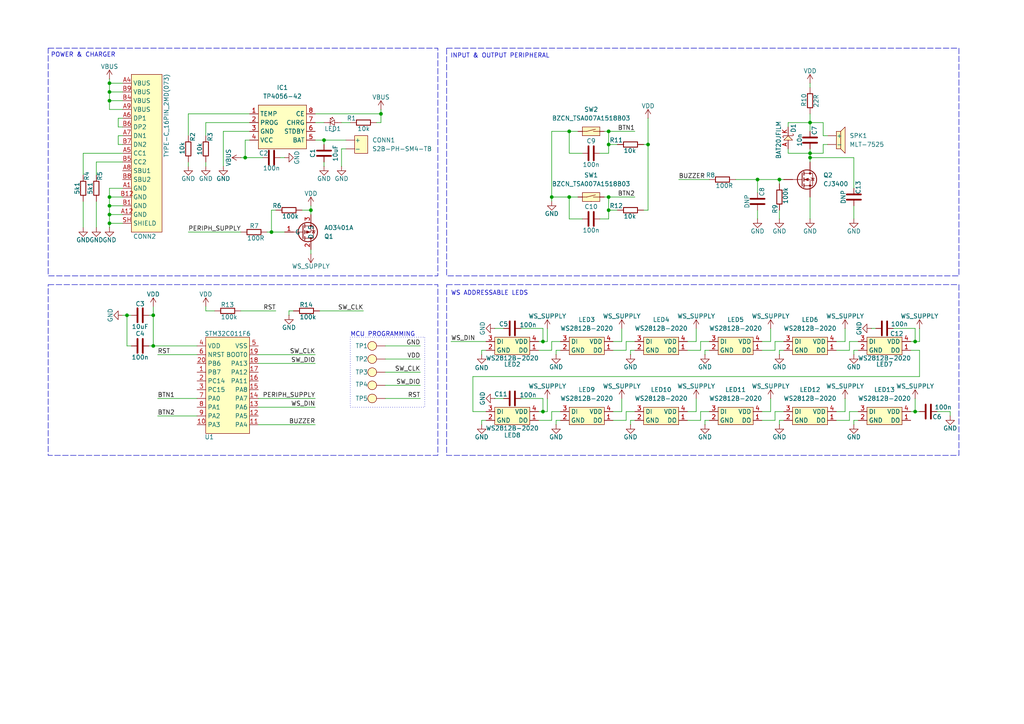
<source format=kicad_sch>
(kicad_sch (version 20231120) (generator "eeschema") (generator_version "8.0")
  (paper "A4")
  (lib_symbols
    (symbol "Borna KiCAD Libary:AO3401A"
      (property "Reference" "Q" (at 1.524 -3.556 0))
      (property "Value" "AO3401A" (at 3.556 0 90))
      (symbol "AO3401A_1_1"
        (pin input line (at -7.62 0 0) (length 2.54) (name "G") (number "1"))
        (pin passive line (at 0 5.08 270) (length 2.54) (name "D") (number "2"))
        (pin passive line (at 0 -5.08 90) (length 2.54) (name "S") (number "3"))
      )
    )
    (symbol "Borna KiCAD Libary:BAT20JFILM" (pin_names hide)
      (property "Reference" "D" (at 0.762 -2.286 0))
      (property "Value" "BAT20JFILM" (at 0.762 2.54 0))
      (symbol "BAT20JFILM_1_1"
        (pin passive line (at -2.54 0 0) (length 2.54) (name "A") (number "A"))
        (pin passive line (at 3.81 0 180) (length 2.54) (name "K") (number "K"))
      )
    )
    (symbol "Borna KiCAD Libary:BZCN_TSA007A1518B03" (pin_numbers hide) (pin_names hide)
      (property "Reference" "SW" (at 0 4.064 0))
      (property "Value" "BZCN_TSA007A1518B03" (at 0 2.286 0))
      (symbol "BZCN_TSA007A1518B03_1_1"
        (pin passive line (at -3.81 0 0) (length 1.27) (name "SW1") (number "1"))
        (pin passive line (at 3.81 0 180) (length 1.27) (name "SW2") (number "2"))
        (pin passive line (at 0 -1.27 0) (length 0) (name "PAD") (number "PAD"))
      )
    )
    (symbol "Borna KiCAD Libary:C0603" (pin_numbers hide) (pin_names hide)
      (property "Reference" "C?" (at 0 3.81 0))
      (property "Value" "VALUE" (at 0 -3.81 0))
      (symbol "C0603_1_1"
        (pin passive line (at -2.54 0 0) (length 1.8) (name "~") (number "1"))
        (pin passive line (at 2.54 0 180) (length 1.8) (name "~") (number "2"))
      )
    )
    (symbol "Borna KiCAD Libary:C1206" (pin_numbers hide) (pin_names hide)
      (property "Reference" "C?" (at 0 3.81 0))
      (property "Value" "VALUE" (at 0 -3.81 0))
      (symbol "C1206_1_1"
        (pin passive line (at -2.54 0 0) (length 1.8) (name "~") (number "1"))
        (pin passive line (at 2.54 0 180) (length 1.8) (name "~") (number "2"))
      )
    )
    (symbol "Borna KiCAD Libary:CJ3400" (pin_numbers hide) (pin_names hide)
      (property "Reference" "Q" (at 1.524 -4.572 0))
      (property "Value" "CJ3400" (at 3.302 0 90))
      (symbol "CJ3400_1_1"
        (pin input line (at -7.62 0 0) (length 2.54) (name "G") (number "1"))
        (pin passive line (at 0 5.08 270) (length 2.54) (name "D") (number "2"))
        (pin passive line (at 0 -5.08 90) (length 2.54) (name "S") (number "3"))
      )
    )
    (symbol "Borna KiCAD Libary:LED_0603" (pin_numbers hide) (pin_names hide)
      (property "Reference" "LED" (at 0 -1.778 0))
      (symbol "LED_0603_1_1"
        (pin passive line (at -2.54 0 0) (length 1.27) (name "A") (number "1"))
        (pin passive line (at 2.54 0 180) (length 1.27) (name "K") (number "2"))
      )
    )
    (symbol "Borna KiCAD Libary:MLT-7525" (pin_numbers hide) (pin_names (offset 0.002))
      (property "Reference" "SPK" (at 0 -4.572 0))
      (property "Value" "MLT-7525" (at 3.81 0 90))
      (symbol "MLT-7525_1_1"
        (pin passive line (at -2.54 1.27 0) (length 2.54) (name "+") (number "+"))
        (pin passive line (at -2.54 -1.27 0) (length 2.54) (name "-") (number "-"))
      )
    )
    (symbol "Borna KiCAD Libary:R0603" (pin_numbers hide) (pin_names hide)
      (property "Reference" "R?" (at 0 2.54 0))
      (property "Value" "VALUE" (at 0 -2.54 0))
      (symbol "R0603_1_1"
        (pin passive line (at -3.81 0 0) (length 1.7) (name "~") (number "1"))
        (pin passive line (at 3.81 0 180) (length 1.7) (name "~") (number "2"))
      )
    )
    (symbol "Borna KiCAD Libary:S2B-PH-SM4-TB" (pin_numbers hide) (pin_names (offset 0.002))
      (property "Reference" "CONN" (at 1.778 -3.81 0))
      (property "Value" "S2B-PH-SM4-TB" (at 0.254 3.556 0))
      (symbol "S2B-PH-SM4-TB_1_1"
        (pin input line (at -2.54 1.27 0) (length 2.54) (name "+") (number "+"))
        (pin input line (at -2.54 -1.27 0) (length 2.54) (name "-") (number "-"))
      )
    )
    (symbol "Borna KiCAD Libary:STM32C011F6"
      (property "Reference" "IC" (at -5.588 -15.24 0))
      (property "Value" "STM32C011F6" (at 0 14.986 0))
      (symbol "STM32C011F6_1_1"
        (pin passive line (at -8.89 3.81 0) (length 2.54) (name "PB7") (number "1"))
        (pin passive line (at -8.89 -11.43 0) (length 2.54) (name "PA3") (number "10"))
        (pin passive line (at 8.89 -11.43 180) (length 2.54) (name "PA4") (number "11"))
        (pin passive line (at 8.89 -8.89 180) (length 2.54) (name "PA5") (number "12"))
        (pin passive line (at 8.89 -6.35 180) (length 2.54) (name "PA6") (number "13"))
        (pin passive line (at 8.89 -3.81 180) (length 2.54) (name "PA7") (number "14"))
        (pin passive line (at 8.89 -1.27 180) (length 2.54) (name "PA8") (number "15"))
        (pin passive line (at 8.89 1.27 180) (length 2.54) (name "PA11") (number "16"))
        (pin passive line (at 8.89 3.81 180) (length 2.54) (name "PA12") (number "17"))
        (pin passive line (at 8.89 6.35 180) (length 2.54) (name "PA13") (number "18"))
        (pin passive line (at 8.89 8.89 180) (length 2.54) (name "BOOT0") (number "19"))
        (pin passive line (at -8.89 1.27 0) (length 2.54) (name "PC14") (number "2"))
        (pin passive line (at -8.89 6.35 0) (length 2.54) (name "PB6") (number "20"))
        (pin passive line (at -8.89 -1.27 0) (length 2.54) (name "PC15") (number "3"))
        (pin passive line (at -8.89 11.43 0) (length 2.54) (name "VDD") (number "4"))
        (pin passive line (at 8.89 11.43 180) (length 2.54) (name "VSS") (number "5"))
        (pin passive line (at -8.89 8.89 0) (length 2.54) (name "NRST") (number "6"))
        (pin passive line (at -8.89 -3.81 0) (length 2.54) (name "PA0") (number "7"))
        (pin passive line (at -8.89 -6.35 0) (length 2.54) (name "PA1") (number "8"))
        (pin passive line (at -8.89 -8.89 0) (length 2.54) (name "PA2") (number "9"))
      )
    )
    (symbol "Borna KiCAD Libary:TP-1_5mm" (pin_numbers hide) (pin_names hide)
      (property "Reference" "TP" (at 0 -1.778 0))
      (symbol "TP-1_5mm_1_1"
        (pin input line (at 1.27 0 180) (length 2.54) (name "TP") (number "1"))
      )
    )
    (symbol "Borna KiCAD Libary:TP4056-42"
      (property "Reference" "IC" (at -0.254 7.366 0))
      (property "Value" "TP4056-42" (at -0.254 -7.62 0))
      (symbol "TP4056-42_1_1"
        (pin passive line (at -10.16 3.81 0) (length 2.54) (name "TEMP") (number "1"))
        (pin passive line (at -10.16 1.27 0) (length 2.54) (name "PROG") (number "2"))
        (pin passive line (at -10.16 -1.27 0) (length 2.54) (name "GND") (number "3"))
        (pin passive line (at -10.16 -3.81 0) (length 2.54) (name "VCC") (number "4"))
        (pin passive line (at 8.89 -3.81 180) (length 2.54) (name "BAT") (number "5"))
        (pin passive line (at 8.89 -1.27 180) (length 2.54) (name "STDBY") (number "6"))
        (pin passive line (at 8.89 1.27 180) (length 2.54) (name "CHRG") (number "7"))
        (pin passive line (at 8.89 3.81 180) (length 2.54) (name "CE") (number "8"))
      )
    )
    (symbol "Borna KiCAD Libary:TYPE-C_16PIN_2MD(073)"
      (property "Reference" "CONN" (at -0.254 -25.908 0))
      (property "Value" "TYPE-C_16PIN_2MD(073)" (at -0.254 -24.13 0))
      (symbol "TYPE-C_16PIN_2MD(073)_1_1"
        (pin passive line (at -6.35 -10.16 0) (length 2.54) (name "GND") (number "A1"))
        (pin passive line (at -6.35 -17.78 0) (length 2.54) (name "GND") (number "A12"))
        (pin passive line (at -6.35 20.32 0) (length 2.54) (name "VBUS") (number "A4"))
        (pin passive line (at -6.35 0 0) (length 2.54) (name "CC1") (number "A5"))
        (pin passive line (at -6.35 10.16 0) (length 2.54) (name "DP1") (number "A6"))
        (pin passive line (at -6.35 5.08 0) (length 2.54) (name "DN1") (number "A7"))
        (pin passive line (at -6.35 -5.08 0) (length 2.54) (name "SBU1") (number "A8"))
        (pin passive line (at -6.35 12.7 0) (length 2.54) (name "VBUS") (number "A9"))
        (pin passive line (at -6.35 -15.24 0) (length 2.54) (name "GND") (number "B1"))
        (pin passive line (at -6.35 -12.7 0) (length 2.54) (name "GND") (number "B12"))
        (pin passive line (at -6.35 15.24 0) (length 2.54) (name "VBUS") (number "B4"))
        (pin passive line (at -6.35 -2.54 0) (length 2.54) (name "CC2") (number "B5"))
        (pin passive line (at -6.35 7.62 0) (length 2.54) (name "DP2") (number "B6"))
        (pin passive line (at -6.35 2.54 0) (length 2.54) (name "DN2") (number "B7"))
        (pin passive line (at -6.35 -7.62 0) (length 2.54) (name "SBU2") (number "B8"))
        (pin passive line (at -6.35 17.78 0) (length 2.54) (name "VBUS") (number "B9"))
        (pin passive line (at -6.35 -20.32 0) (length 2.54) (name "SHIELD") (number "SH"))
      )
    )
    (symbol "Borna KiCAD Libary:WS2812B-2020"
      (property "Reference" "LED" (at 0 3.81 0))
      (property "Value" "WS2812B-2020" (at 0.254 -3.81 0))
      (symbol "WS2812B-2020_1_1"
        (pin passive line (at 7.62 -1.27 180) (length 2.54) (name "DO") (number "1"))
        (pin passive line (at -7.62 -1.27 0) (length 2.54) (name "GND") (number "2"))
        (pin passive line (at -7.62 1.27 0) (length 2.54) (name "DI") (number "3"))
        (pin passive line (at 7.62 1.27 180) (length 2.54) (name "VDD") (number "4"))
      )
    )
    (symbol "power:GND" (power) (pin_numbers hide) (pin_names (offset 0) hide)
      (property "Value" "GND" (at 0 -3.81 0))
      (symbol "GND_1_1"
        (pin power_in line (at 0 0 270) (length 0) (name "~") (number "1"))
      )
    )
    (symbol "power:VDD" (power) (pin_numbers hide) (pin_names (offset 0) hide)
      (property "Value" "VDD" (at 0 3.556 0))
      (symbol "VDD_1_1"
        (pin power_in line (at 0 0 90) (length 0) (name "~") (number "1"))
      )
    )
  )
  (junction (at 31.75 57.15))
  (junction (at 265.43 119.38))
  (junction (at 165.1 57.15))
  (junction (at 176.53 38.1))
  (junction (at 226.06 52.07))
  (junction (at 187.96 41.91))
  (junction (at 176.53 41.91))
  (junction (at 165.1 38.1))
  (junction (at 234.95 45.72))
  (junction (at 93.98 40.64))
  (junction (at 31.75 59.69))
  (junction (at 176.53 60.96))
  (junction (at 157.48 119.38))
  (junction (at 31.75 62.23))
  (junction (at 31.75 24.13))
  (junction (at 31.75 29.21))
  (junction (at 78.74 67.31))
  (junction (at 265.43 99.06))
  (junction (at 44.45 91.44))
  (junction (at 44.45 100.33))
  (junction (at 160.02 57.15))
  (junction (at 157.48 99.06))
  (junction (at 110.49 33.02))
  (junction (at 176.53 57.15))
  (junction (at 71.12 45.72))
  (junction (at 36.83 91.44))
  (junction (at 31.75 26.67))
  (junction (at 234.95 35.56))
  (junction (at 234.95 44.45))
  (junction (at 31.75 64.77))
  (junction (at 90.17 60.96))
  (junction (at 219.71 52.07))
  (wire (pts (xy 176.53 44.45) (xy 176.53 41.91)))
  (wire (pts (xy 137.16 119.38) (xy 137.16 109.22)))
  (wire (pts (xy 78.74 60.96) (xy 80.01 60.96)))
  (wire (pts (xy 36.83 91.44) (xy 38.1 91.44)))
  (wire (pts (xy 203.2 119.38) (xy 205.74 119.38)))
  (wire (pts (xy 59.69 90.17) (xy 62.23 90.17)))
  (wire (pts (xy 187.96 34.29) (xy 187.96 41.91)))
  (wire (pts (xy 143.51 115.57) (xy 146.05 115.57)))
  (wire (pts (xy 31.75 62.23) (xy 35.56 62.23)))
  (wire (pts (xy 77.47 67.31) (xy 78.74 67.31)))
  (wire (pts (xy 165.1 44.45) (xy 165.1 38.1)))
  (wire (pts (xy 247.65 54.61) (xy 247.65 45.72)))
  (wire (pts (xy 176.53 63.5) (xy 176.53 60.96)))
  (wire (pts (xy 160.02 101.6) (xy 160.02 99.06)))
  (wire (pts (xy 165.1 63.5) (xy 168.91 63.5)))
  (wire (pts (xy 74.93 105.41) (xy 91.44 105.41)))
  (wire (pts (xy 54.61 33.02) (xy 54.61 39.37)))
  (wire (pts (xy 226.06 101.6) (xy 226.06 102.87)))
  (wire (pts (xy 83.82 90.17) (xy 83.82 91.44)))
  (wire (pts (xy 59.69 88.9) (xy 59.69 90.17)))
  (wire (pts (xy 234.95 44.45) (xy 238.76 44.45)))
  (wire (pts (xy 91.44 40.64) (xy 93.98 40.64)))
  (wire (pts (xy 72.39 33.02) (xy 54.61 33.02)))
  (wire (pts (xy 177.8 119.38) (xy 180.34 119.38)))
  (wire (pts (xy 160.02 119.38) (xy 162.56 119.38)))
  (wire (pts (xy 140.97 119.38) (xy 137.16 119.38)))
  (wire (pts (xy 156.21 99.06) (xy 157.48 99.06)))
  (wire (pts (xy 156.21 101.6) (xy 160.02 101.6)))
  (wire (pts (xy 242.57 99.06) (xy 245.11 99.06)))
  (wire (pts (xy 31.75 62.23) (xy 31.75 64.77)))
  (wire (pts (xy 234.95 33.02) (xy 234.95 35.56)))
  (wire (pts (xy 35.56 34.29) (xy 34.29 34.29)))
  (wire (pts (xy 140.97 121.92) (xy 139.7 121.92)))
  (wire (pts (xy 176.53 60.96) (xy 176.53 57.15)))
  (wire (pts (xy 165.1 57.15) (xy 160.02 57.15)))
  (wire (pts (xy 247.65 121.92) (xy 247.65 123.19)))
  (wire (pts (xy 81.28 45.72) (xy 82.55 45.72)))
  (wire (pts (xy 184.15 121.92) (xy 182.88 121.92)))
  (wire (pts (xy 224.79 99.06) (xy 227.33 99.06)))
  (wire (pts (xy 227.33 101.6) (xy 226.06 101.6)))
  (wire (pts (xy 167.64 57.15) (xy 165.1 57.15)))
  (wire (pts (xy 54.61 46.99) (xy 54.61 48.26)))
  (wire (pts (xy 177.8 99.06) (xy 180.34 99.06)))
  (wire (pts (xy 35.56 46.99) (xy 27.94 46.99)))
  (wire (pts (xy 246.38 99.06) (xy 248.92 99.06)))
  (wire (pts (xy 219.71 60.96) (xy 219.71 63.5)))
  (wire (pts (xy 160.02 57.15) (xy 160.02 58.42)))
  (wire (pts (xy 266.7 109.22) (xy 266.7 101.6)))
  (wire (pts (xy 219.71 52.07) (xy 219.71 55.88)))
  (wire (pts (xy 266.7 95.25) (xy 266.7 99.06)))
  (wire (pts (xy 143.51 95.25) (xy 146.05 95.25)))
  (wire (pts (xy 31.75 31.75) (xy 31.75 29.21)))
  (wire (pts (xy 34.29 36.83) (xy 35.56 36.83)))
  (wire (pts (xy 186.69 41.91) (xy 187.96 41.91)))
  (wire (pts (xy 31.75 57.15) (xy 31.75 59.69)))
  (wire (pts (xy 111.76 115.57) (xy 121.92 115.57)))
  (wire (pts (xy 90.17 60.96) (xy 90.17 62.23)))
  (wire (pts (xy 220.98 99.06) (xy 223.52 99.06)))
  (wire (pts (xy 271.78 119.38) (xy 275.59 119.38)))
  (wire (pts (xy 140.97 101.6) (xy 139.7 101.6)))
  (wire (pts (xy 238.76 41.91) (xy 238.76 44.45)))
  (wire (pts (xy 35.56 26.67) (xy 31.75 26.67)))
  (wire (pts (xy 175.26 57.15) (xy 176.53 57.15)))
  (wire (pts (xy 162.56 101.6) (xy 161.29 101.6)))
  (wire (pts (xy 85.09 90.17) (xy 83.82 90.17)))
  (wire (pts (xy 266.7 101.6) (xy 264.16 101.6)))
  (wire (pts (xy 93.98 40.64) (xy 93.98 41.91)))
  (wire (pts (xy 160.02 38.1) (xy 165.1 38.1)))
  (wire (pts (xy 93.98 46.99) (xy 93.98 48.26)))
  (wire (pts (xy 275.59 119.38) (xy 275.59 120.65)))
  (wire (pts (xy 224.79 119.38) (xy 227.33 119.38)))
  (wire (pts (xy 59.69 46.99) (xy 59.69 48.26)))
  (wire (pts (xy 31.75 54.61) (xy 31.75 57.15)))
  (wire (pts (xy 227.33 121.92) (xy 226.06 121.92)))
  (wire (pts (xy 45.72 120.65) (xy 57.15 120.65)))
  (wire (pts (xy 92.71 90.17) (xy 105.41 90.17)))
  (wire (pts (xy 72.39 38.1) (xy 64.77 38.1)))
  (wire (pts (xy 31.75 59.69) (xy 31.75 62.23)))
  (wire (pts (xy 139.7 121.92) (xy 139.7 123.19)))
  (wire (pts (xy 137.16 109.22) (xy 266.7 109.22)))
  (wire (pts (xy 220.98 121.92) (xy 224.79 121.92)))
  (wire (pts (xy 157.48 119.38) (xy 158.75 119.38)))
  (wire (pts (xy 245.11 95.25) (xy 245.11 99.06)))
  (wire (pts (xy 219.71 52.07) (xy 226.06 52.07)))
  (wire (pts (xy 203.2 101.6) (xy 203.2 99.06)))
  (wire (pts (xy 43.18 91.44) (xy 44.45 91.44)))
  (wire (pts (xy 111.76 111.76) (xy 121.92 111.76)))
  (wire (pts (xy 43.18 100.33) (xy 44.45 100.33)))
  (wire (pts (xy 246.38 119.38) (xy 248.92 119.38)))
  (wire (pts (xy 247.65 45.72) (xy 234.95 45.72)))
  (wire (pts (xy 220.98 119.38) (xy 223.52 119.38)))
  (wire (pts (xy 205.74 101.6) (xy 204.47 101.6)))
  (wire (pts (xy 71.12 45.72) (xy 76.2 45.72)))
  (wire (pts (xy 111.76 100.33) (xy 121.92 100.33)))
  (wire (pts (xy 157.48 99.06) (xy 158.75 99.06)))
  (wire (pts (xy 157.48 95.25) (xy 157.48 99.06)))
  (wire (pts (xy 181.61 99.06) (xy 184.15 99.06)))
  (wire (pts (xy 69.85 90.17) (xy 80.01 90.17)))
  (wire (pts (xy 240.03 41.91) (xy 238.76 41.91)))
  (wire (pts (xy 109.22 35.56) (xy 110.49 35.56)))
  (wire (pts (xy 157.48 115.57) (xy 157.48 119.38)))
  (wire (pts (xy 234.95 43.18) (xy 234.95 44.45)))
  (wire (pts (xy 99.06 48.26) (xy 99.06 43.18)))
  (wire (pts (xy 247.65 101.6) (xy 247.65 102.87)))
  (wire (pts (xy 203.2 121.92) (xy 203.2 119.38)))
  (wire (pts (xy 173.99 44.45) (xy 176.53 44.45)))
  (wire (pts (xy 224.79 119.38) (xy 224.79 121.92)))
  (wire (pts (xy 110.49 31.75) (xy 110.49 33.02)))
  (wire (pts (xy 31.75 64.77) (xy 35.56 64.77)))
  (wire (pts (xy 74.93 102.87) (xy 91.44 102.87)))
  (wire (pts (xy 31.75 57.15) (xy 35.56 57.15)))
  (wire (pts (xy 44.45 100.33) (xy 57.15 100.33)))
  (wire (pts (xy 151.13 95.25) (xy 157.48 95.25)))
  (wire (pts (xy 31.75 64.77) (xy 31.75 66.04)))
  (wire (pts (xy 201.93 95.25) (xy 201.93 99.06)))
  (wire (pts (xy 110.49 33.02) (xy 110.49 35.56)))
  (wire (pts (xy 72.39 40.64) (xy 71.12 40.64)))
  (wire (pts (xy 182.88 101.6) (xy 182.88 102.87)))
  (wire (pts (xy 31.75 22.86) (xy 31.75 24.13)))
  (wire (pts (xy 59.69 35.56) (xy 59.69 39.37)))
  (wire (pts (xy 64.77 38.1) (xy 64.77 48.26)))
  (wire (pts (xy 111.76 107.95) (xy 121.92 107.95)))
  (wire (pts (xy 220.98 101.6) (xy 224.79 101.6)))
  (wire (pts (xy 35.56 24.13) (xy 31.75 24.13)))
  (wire (pts (xy 175.26 38.1) (xy 176.53 38.1)))
  (wire (pts (xy 180.34 115.57) (xy 180.34 119.38)))
  (wire (pts (xy 181.61 119.38) (xy 181.61 121.92)))
  (wire (pts (xy 24.13 58.42) (xy 24.13 66.04)))
  (wire (pts (xy 74.93 115.57) (xy 91.44 115.57)))
  (wire (pts (xy 156.21 121.92) (xy 160.02 121.92)))
  (wire (pts (xy 91.44 35.56) (xy 93.98 35.56)))
  (wire (pts (xy 226.06 60.96) (xy 226.06 63.5)))
  (wire (pts (xy 245.11 115.57) (xy 245.11 119.38)))
  (wire (pts (xy 203.2 99.06) (xy 205.74 99.06)))
  (wire (pts (xy 246.38 101.6) (xy 246.38 99.06)))
  (wire (pts (xy 224.79 101.6) (xy 224.79 99.06)))
  (wire (pts (xy 36.83 91.44) (xy 36.83 100.33)))
  (wire (pts (xy 45.72 115.57) (xy 57.15 115.57)))
  (wire (pts (xy 35.56 31.75) (xy 31.75 31.75)))
  (wire (pts (xy 234.95 35.56) (xy 228.6 35.56)))
  (wire (pts (xy 31.75 29.21) (xy 35.56 29.21)))
  (wire (pts (xy 234.95 45.72) (xy 234.95 46.99)))
  (wire (pts (xy 226.06 52.07) (xy 226.06 53.34)))
  (wire (pts (xy 90.17 59.69) (xy 90.17 60.96)))
  (wire (pts (xy 168.91 44.45) (xy 165.1 44.45)))
  (wire (pts (xy 158.75 115.57) (xy 158.75 119.38)))
  (wire (pts (xy 34.29 34.29) (xy 34.29 36.83)))
  (wire (pts (xy 91.44 33.02) (xy 110.49 33.02)))
  (wire (pts (xy 234.95 24.13) (xy 234.95 25.4)))
  (wire (pts (xy 265.43 119.38) (xy 266.7 119.38)))
  (wire (pts (xy 179.07 41.91) (xy 176.53 41.91)))
  (wire (pts (xy 161.29 101.6) (xy 161.29 102.87)))
  (wire (pts (xy 162.56 121.92) (xy 161.29 121.92)))
  (wire (pts (xy 247.65 59.69) (xy 247.65 63.5)))
  (wire (pts (xy 173.99 63.5) (xy 176.53 63.5)))
  (wire (pts (xy 54.61 67.31) (xy 69.85 67.31)))
  (wire (pts (xy 90.17 72.39) (xy 90.17 73.66)))
  (wire (pts (xy 165.1 38.1) (xy 167.64 38.1)))
  (wire (pts (xy 161.29 121.92) (xy 161.29 123.19)))
  (wire (pts (xy 204.47 121.92) (xy 204.47 123.19)))
  (wire (pts (xy 139.7 101.6) (xy 139.7 102.87)))
  (wire (pts (xy 228.6 43.18) (xy 228.6 44.45)))
  (wire (pts (xy 223.52 95.25) (xy 223.52 99.06)))
  (wire (pts (xy 31.75 59.69) (xy 35.56 59.69)))
  (wire (pts (xy 242.57 101.6) (xy 246.38 101.6)))
  (wire (pts (xy 252.73 95.25) (xy 254 95.25)))
  (wire (pts (xy 199.39 101.6) (xy 203.2 101.6)))
  (wire (pts (xy 78.74 67.31) (xy 78.74 60.96)))
  (wire (pts (xy 201.93 115.57) (xy 201.93 119.38)))
  (wire (pts (xy 228.6 35.56) (xy 228.6 36.83)))
  (wire (pts (xy 158.75 99.06) (xy 158.75 95.25)))
  (wire (pts (xy 179.07 60.96) (xy 176.53 60.96)))
  (wire (pts (xy 264.16 99.06) (xy 265.43 99.06)))
  (wire (pts (xy 242.57 121.92) (xy 246.38 121.92)))
  (wire (pts (xy 45.72 102.87) (xy 57.15 102.87)))
  (wire (pts (xy 238.76 35.56) (xy 234.95 35.56)))
  (wire (pts (xy 238.76 39.37) (xy 240.03 39.37)))
  (wire (pts (xy 160.02 57.15) (xy 160.02 38.1)))
  (wire (pts (xy 234.95 57.15) (xy 234.95 63.5)))
  (wire (pts (xy 99.06 35.56) (xy 101.6 35.56)))
  (wire (pts (xy 87.63 60.96) (xy 90.17 60.96)))
  (wire (pts (xy 44.45 88.9) (xy 44.45 91.44)))
  (wire (pts (xy 71.12 40.64) (xy 71.12 45.72)))
  (wire (pts (xy 35.56 44.45) (xy 24.13 44.45)))
  (wire (pts (xy 111.76 104.14) (xy 121.92 104.14)))
  (wire (pts (xy 130.81 99.06) (xy 140.97 99.06)))
  (wire (pts (xy 31.75 26.67) (xy 31.75 29.21)))
  (wire (pts (xy 248.92 121.92) (xy 247.65 121.92)))
  (wire (pts (xy 265.43 115.57) (xy 265.43 119.38)))
  (wire (pts (xy 181.61 101.6) (xy 181.61 99.06)))
  (wire (pts (xy 180.34 95.25) (xy 180.34 99.06)))
  (wire (pts (xy 38.1 100.33) (xy 36.83 100.33)))
  (wire (pts (xy 35.56 39.37) (xy 34.29 39.37)))
  (wire (pts (xy 234.95 44.45) (xy 234.95 45.72)))
  (wire (pts (xy 213.36 52.07) (xy 219.71 52.07)))
  (wire (pts (xy 156.21 119.38) (xy 157.48 119.38)))
  (wire (pts (xy 223.52 115.57) (xy 223.52 119.38)))
  (wire (pts (xy 160.02 121.92) (xy 160.02 119.38)))
  (wire (pts (xy 265.43 95.25) (xy 265.43 99.06)))
  (wire (pts (xy 69.85 45.72) (xy 71.12 45.72)))
  (wire (pts (xy 265.43 99.06) (xy 266.7 99.06)))
  (wire (pts (xy 176.53 41.91) (xy 176.53 38.1)))
  (wire (pts (xy 199.39 119.38) (xy 201.93 119.38)))
  (wire (pts (xy 238.76 39.37) (xy 238.76 35.56)))
  (wire (pts (xy 228.6 44.45) (xy 234.95 44.45)))
  (wire (pts (xy 259.08 95.25) (xy 265.43 95.25)))
  (wire (pts (xy 160.02 99.06) (xy 162.56 99.06)))
  (wire (pts (xy 177.8 121.92) (xy 181.61 121.92)))
  (wire (pts (xy 204.47 101.6) (xy 204.47 102.87)))
  (wire (pts (xy 181.61 119.38) (xy 184.15 119.38)))
  (wire (pts (xy 165.1 57.15) (xy 165.1 63.5)))
  (wire (pts (xy 196.85 52.07) (xy 205.74 52.07)))
  (wire (pts (xy 242.57 119.38) (xy 245.11 119.38)))
  (wire (pts (xy 35.56 54.61) (xy 31.75 54.61)))
  (wire (pts (xy 82.55 67.31) (xy 78.74 67.31)))
  (wire (pts (xy 246.38 119.38) (xy 246.38 121.92)))
  (wire (pts (xy 205.74 121.92) (xy 204.47 121.92)))
  (wire (pts (xy 176.53 38.1) (xy 184.15 38.1)))
  (wire (pts (xy 187.96 41.91) (xy 187.96 60.96)))
  (wire (pts (xy 264.16 119.38) (xy 265.43 119.38)))
  (wire (pts (xy 34.29 41.91) (xy 35.56 41.91)))
  (wire (pts (xy 182.88 121.92) (xy 182.88 123.19)))
  (wire (pts (xy 27.94 46.99) (xy 27.94 50.8)))
  (wire (pts (xy 74.93 123.19) (xy 91.44 123.19)))
  (wire (pts (xy 199.39 121.92) (xy 203.2 121.92)))
  (wire (pts (xy 93.98 40.64) (xy 100.33 40.64)))
  (wire (pts (xy 99.06 43.18) (xy 100.33 43.18)))
  (wire (pts (xy 44.45 91.44) (xy 44.45 100.33)))
  (wire (pts (xy 226.06 121.92) (xy 226.06 123.19)))
  (wire (pts (xy 31.75 24.13) (xy 31.75 26.67)))
  (wire (pts (xy 234.95 35.56) (xy 234.95 38.1)))
  (wire (pts (xy 74.93 118.11) (xy 91.44 118.11)))
  (wire (pts (xy 187.96 60.96) (xy 186.69 60.96)))
  (wire (pts (xy 248.92 101.6) (xy 247.65 101.6)))
  (wire (pts (xy 151.13 115.57) (xy 157.48 115.57)))
  (wire (pts (xy 72.39 35.56) (xy 59.69 35.56)))
  (wire (pts (xy 176.53 57.15) (xy 184.15 57.15)))
  (wire (pts (xy 34.29 39.37) (xy 34.29 41.91)))
  (wire (pts (xy 226.06 52.07) (xy 227.33 52.07)))
  (wire (pts (xy 184.15 101.6) (xy 182.88 101.6)))
  (wire (pts (xy 177.8 101.6) (xy 181.61 101.6)))
  (wire (pts (xy 27.94 58.42) (xy 27.94 66.04)))
  (wire (pts (xy 35.56 91.44) (xy 36.83 91.44)))
  (wire (pts (xy 24.13 44.45) (xy 24.13 50.8)))
  (wire (pts (xy 199.39 99.06) (xy 201.93 99.06)))
  (rectangle (start 101.6 97.79) (end 123.19 118.11) (stroke (width 0) (type dot)))
  (rectangle (start 129.54 82.55) (end 278.13 132.08) (stroke (width 0) (type dash)))
  (rectangle (start 13.97 82.55) (end 127 132.08) (stroke (width 0) (type dash)))
  (rectangle (start 13.97 13.97) (end 127 80.01) (stroke (width 0) (type dash)))
  (rectangle (start 129.54 13.97) (end 278.13 80.01) (stroke (width 0) (type dash)))
  (text "INPUT & OUTPUT PERIPHERAL" (at 145.034 16.256 0) (effects (font (size 1.27 1.27))))
  (text "POWER & CHARGER" (at 24.13 16.002 0) (effects (font (size 1.27 1.27))))
  (text "WS ADDRESSABLE LEDS" (at 141.986 85.09 0) (effects (font (size 1.27 1.27))))
  (text "MCU PROGRAMMING" (at 101.6 97.79 0) (effects (font (size 1.27 1.27)) (justify left bottom)))
  (label "BTN1" (at 184.15 38.1 180))
  (label "BUZZER" (at 91.44 123.19 180))
  (label "RST" (at 121.92 115.57 180))
  (label "RST" (at 45.72 102.87 0))
  (label "SW_CLK" (at 105.41 90.17 180))
  (label "GND" (at 121.92 100.33 180))
  (label "RST" (at 80.01 90.17 180))
  (label "BTN1" (at 45.72 115.57 0))
  (label "PERIPH_SUPPLY" (at 91.44 115.57 180))
  (label "BTN2" (at 45.72 120.65 0))
  (label "SW_CLK" (at 121.92 107.95 180))
  (label "BTN2" (at 184.15 57.15 180))
  (label "PERIPH_SUPPLY" (at 54.61 67.31 0))
  (label "SW_CLK" (at 91.44 102.87 180))
  (label "VDD" (at 121.92 104.14 180))
  (label "WS_DIN" (at 91.44 118.11 180))
  (label "WS_DIN" (at 130.81 99.06 0))
  (label "SW_DIO" (at 91.44 105.41 180))
  (label "SW_DIO" (at 121.92 111.76 180))
  (label "BUZZER" (at 196.85 52.07 0))
  (symbol (lib_id "Borna KiCAD Libary:BZCN_TSA007A1518B03") (at 171.45 57.15 0) (unit 1)
    (property "Reference" "SW1" (at 171.45 50.8 0))
    (property "Value" "BZCN_TSA007A1518B03" (at 171.45 53.34 0))
    (property "Footprint" "Borna KiCAD Library:TSA007A1518B03" (effects (hide yes)))
    (property "Description" "C2888419" (effects (hide yes)))
  )
  (symbol (lib_id "power:GND") (at 161.29 123.19 0) (unit 1)
    (property "Reference" "#PWR036" (effects (hide yes)))
    (property "Value" "GND" (at 161.29 126.746 0))
    (property "Description" "Power symbol creates a global label with name \"GND\" , ground" (effects (hide yes)))
  )
  (symbol (lib_id "power:GND") (at 247.65 123.19 0) (unit 1)
    (property "Reference" "#PWR040" (effects (hide yes)))
    (property "Value" "GND" (at 247.65 126.746 0))
    (property "Description" "Power symbol creates a global label with name \"GND\" , ground" (effects (hide yes)))
  )
  (symbol (lib_id "Borna KiCAD Libary:WS2812B-2020") (at 234.95 100.33 0) (unit 1)
    (property "Reference" "LED6" (at 234.95 92.71 0))
    (property "Value" "WS2812B-2020" (at 234.95 95.25 0))
    (property "Footprint" "Borna KiCAD Library:WS2812B-2020" (effects (hide yes)))
  )
  (symbol (lib_id "power:GND") (at 182.88 102.87 0) (unit 1)
    (property "Reference" "#PWR024" (effects (hide yes)))
    (property "Value" "GND" (at 182.88 106.426 0))
    (property "Description" "Power symbol creates a global label with name \"GND\" , ground" (effects (hide yes)))
  )
  (symbol (lib_id "Borna KiCAD Libary:WS2812B-2020") (at 170.18 120.65 0) (unit 1)
    (property "Reference" "LED9" (at 170.18 113.03 0))
    (property "Value" "WS2812B-2020" (at 170.18 115.57 0))
    (property "Footprint" "Borna KiCAD Library:WS2812B-2020" (effects (hide yes)))
  )
  (symbol (lib_id "Borna KiCAD Libary:WS2812B-2020") (at 148.59 120.65 0) (unit 1)
    (property "Reference" "LED8" (at 148.59 126.238 0))
    (property "Value" "WS2812B-2020" (at 148.59 124.206 0))
    (property "Footprint" "Borna KiCAD Library:WS2812B-2020" (effects (hide yes)))
  )
  (symbol (lib_id "power:VDD") (at 265.43 115.57 0) (unit 1)
    (property "Reference" "#PWR033" (effects (hide yes)))
    (property "Value" "WS_SUPPLY" (at 265.43 112.014 0))
    (property "Description" "Power symbol creates a global label with name \"VDD\"" (effects (hide yes)))
  )
  (symbol (lib_id "power:VDD") (at 223.52 115.57 0) (unit 1)
    (property "Reference" "#PWR031" (effects (hide yes)))
    (property "Value" "WS_SUPPLY" (at 223.52 112.014 0))
    (property "Description" "Power symbol creates a global label with name \"VDD\"" (effects (hide yes)))
  )
  (symbol (lib_id "power:VDD") (at 31.75 22.86 0) (unit 1)
    (property "Reference" "#PWR01" (effects (hide yes)))
    (property "Value" "VBUS" (at 31.75 19.304 0))
    (property "Description" "Power symbol creates a global label with name \"VDD\"" (effects (hide yes)))
  )
  (symbol (lib_id "power:VDD") (at 245.11 95.25 0) (unit 1)
    (property "Reference" "#PWR020" (effects (hide yes)))
    (property "Value" "WS_SUPPLY" (at 245.11 91.694 0))
    (property "Description" "Power symbol creates a global label with name \"VDD\"" (effects (hide yes)))
  )
  (symbol (lib_id "Borna KiCAD Libary:MLT-7525") (at 242.57 40.64 0) (unit 1)
    (property "Reference" "SPK1" (at 246.38 39.3699 0) (effects (justify left)))
    (property "Value" "MLT-7525" (at 246.38 41.9099 0) (effects (justify left)))
    (property "Footprint" "Borna KiCAD Library:MTL-7525" (effects (hide yes)))
  )
  (symbol (lib_id "Borna KiCAD Libary:R0603") (at 209.55 52.07 180) (unit 1)
    (property "Reference" "R8" (at 204.724 50.8 0) (effects (justify right)))
    (property "Value" "100R" (at 207.518 53.848 0) (effects (justify right)))
    (property "Footprint" "Borna KiCAD Library:R0603" (effects (hide yes)))
  )
  (symbol (lib_id "power:GND") (at 64.77 48.26 0) (unit 1)
    (property "Reference" "#PWR07" (effects (hide yes)))
    (property "Value" "GND" (at 64.77 51.816 0))
    (property "Description" "Power symbol creates a global label with name \"GND\" , ground" (effects (hide yes)))
  )
  (symbol (lib_id "power:VDD") (at 90.17 73.66 180) (unit 1)
    (property "Reference" "#PWR041" (effects (hide yes)))
    (property "Value" "WS_SUPPLY" (at 90.17 77.216 0))
    (property "Description" "Power symbol creates a global label with name \"VDD\"" (effects (hide yes)))
  )
  (symbol (lib_id "Borna KiCAD Libary:WS2812B-2020") (at 213.36 100.33 0) (unit 1)
    (property "Reference" "LED5" (at 213.36 92.71 0))
    (property "Value" "WS2812B-2020" (at 213.36 95.25 0))
    (property "Footprint" "Borna KiCAD Library:WS2812B-2020" (effects (hide yes)))
  )
  (symbol (lib_id "power:GND") (at 27.94 66.04 0) (unit 1)
    (property "Reference" "#PWR011" (effects (hide yes)))
    (property "Value" "GND" (at 27.94 69.596 0))
    (property "Description" "Power symbol creates a global label with name \"GND\" , ground" (effects (hide yes)))
  )
  (symbol (lib_id "Borna KiCAD Libary:C0603") (at 256.54 95.25 0) (unit 1)
    (property "Reference" "C12" (at 260.096 96.774 0))
    (property "Value" "100n" (at 260.858 93.98 0))
    (property "Footprint" "Borna KiCAD Library:C0603" (effects (hide yes)))
  )
  (symbol (lib_id "Borna KiCAD Libary:R0603") (at 226.06 57.15 270) (unit 1)
    (property "Reference" "R9" (at 224.79 61.976 0) (effects (justify right)))
    (property "Value" "100k" (at 227.838 59.182 0) (effects (justify right)))
    (property "Footprint" "Borna KiCAD Library:R0603" (effects (hide yes)))
  )
  (symbol (lib_id "Borna KiCAD Libary:TP4056-42") (at 82.55 36.83 0) (unit 1)
    (property "Reference" "IC1" (at 81.915 25.4 0))
    (property "Value" "TP4056-42" (at 81.915 27.94 0))
    (property "Footprint" "Borna KiCAD Library:EMSOP" (effects (hide yes)))
  )
  (symbol (lib_id "power:GND") (at 139.7 123.19 0) (unit 1)
    (property "Reference" "#PWR035" (effects (hide yes)))
    (property "Value" "GND" (at 139.7 126.746 0))
    (property "Description" "Power symbol creates a global label with name \"GND\" , ground" (effects (hide yes)))
  )
  (symbol (lib_id "power:GND") (at 143.51 95.25 270) (unit 1)
    (property "Reference" "#PWR015" (effects (hide yes)))
    (property "Value" "GND" (at 139.954 95.25 0))
    (property "Description" "Power symbol creates a global label with name \"GND\" , ground" (effects (hide yes)))
  )
  (symbol (lib_id "power:VDD") (at 201.93 115.57 0) (unit 1)
    (property "Reference" "#PWR030" (effects (hide yes)))
    (property "Value" "WS_SUPPLY" (at 201.93 112.014 0))
    (property "Description" "Power symbol creates a global label with name \"VDD\"" (effects (hide yes)))
  )
  (symbol (lib_id "Borna KiCAD Libary:R0603") (at 88.9 90.17 180) (unit 1)
    (property "Reference" "R14" (at 86.868 88.392 0) (effects (justify right)))
    (property "Value" "100k" (at 86.868 91.948 0) (effects (justify right)))
    (property "Footprint" "Borna KiCAD Library:R0603" (effects (hide yes)))
  )
  (symbol (lib_id "Borna KiCAD Libary:WS2812B-2020") (at 148.59 100.33 0) (unit 1)
    (property "Reference" "LED2" (at 148.59 105.664 0))
    (property "Value" "WS2812B-2020" (at 148.59 103.886 0))
    (property "Footprint" "Borna KiCAD Library:WS2812B-2020" (effects (hide yes)))
  )
  (symbol (lib_id "power:VDD") (at 110.49 31.75 0) (unit 1)
    (property "Reference" "#PWR02" (effects (hide yes)))
    (property "Value" "VBUS" (at 110.49 28.194 0))
    (property "Description" "Power symbol creates a global label with name \"VDD\"" (effects (hide yes)))
  )
  (symbol (lib_id "Borna KiCAD Libary:S2B-PH-SM4-TB") (at 102.87 41.91 0) (unit 1)
    (property "Reference" "CONN1" (at 107.95 40.6399 0) (effects (justify left)))
    (property "Value" "S2B-PH-SM4-TB" (at 107.95 43.1799 0) (effects (justify left)))
    (property "Footprint" "Borna KiCAD Library:JST_S2B-PH-SM4-TB" (effects (hide yes)))
  )
  (symbol (lib_id "power:GND") (at 182.88 123.19 0) (unit 1)
    (property "Reference" "#PWR037" (effects (hide yes)))
    (property "Value" "GND" (at 182.88 126.746 0))
    (property "Description" "Power symbol creates a global label with name \"GND\" , ground" (effects (hide yes)))
  )
  (symbol (lib_id "power:VDD") (at 69.85 45.72 90) (unit 1)
    (property "Reference" "#PWR03" (effects (hide yes)))
    (property "Value" "VBUS" (at 66.294 45.72 0))
    (property "Description" "Power symbol creates a global label with name \"VDD\"" (effects (hide yes)))
  )
  (symbol (lib_id "power:GND") (at 204.47 102.87 0) (unit 1)
    (property "Reference" "#PWR025" (effects (hide yes)))
    (property "Value" "GND" (at 204.47 106.426 0))
    (property "Description" "Power symbol creates a global label with name \"GND\" , ground" (effects (hide yes)))
  )
  (symbol (lib_id "Borna KiCAD Libary:WS2812B-2020") (at 234.95 120.65 0) (unit 1)
    (property "Reference" "LED12" (at 234.95 113.03 0))
    (property "Value" "WS2812B-2020" (at 234.95 115.57 0))
    (property "Footprint" "Borna KiCAD Library:WS2812B-2020" (effects (hide yes)))
  )
  (symbol (lib_id "power:GND") (at 24.13 66.04 0) (unit 1)
    (property "Reference" "#PWR010" (effects (hide yes)))
    (property "Value" "GND" (at 24.13 69.596 0))
    (property "Description" "Power symbol creates a global label with name \"GND\" , ground" (effects (hide yes)))
  )
  (symbol (lib_id "power:VDD") (at 180.34 115.57 0) (unit 1)
    (property "Reference" "#PWR029" (effects (hide yes)))
    (property "Value" "WS_SUPPLY" (at 180.34 112.014 0))
    (property "Description" "Power symbol creates a global label with name \"VDD\"" (effects (hide yes)))
  )
  (symbol (lib_id "Borna KiCAD Libary:WS2812B-2020") (at 170.18 100.33 0) (unit 1)
    (property "Reference" "LED3" (at 170.18 92.71 0))
    (property "Value" "WS2812B-2020" (at 170.18 95.25 0))
    (property "Footprint" "Borna KiCAD Library:WS2812B-2020" (effects (hide yes)))
  )
  (symbol (lib_id "power:GND") (at 82.55 45.72 90) (unit 1)
    (property "Reference" "#PWR04" (effects (hide yes)))
    (property "Value" "GND" (at 86.106 45.72 0))
    (property "Description" "Power symbol creates a global label with name \"GND\" , ground" (effects (hide yes)))
  )
  (symbol (lib_id "Borna KiCAD Libary:BZCN_TSA007A1518B03") (at 171.45 38.1 0) (unit 1)
    (property "Reference" "SW2" (at 171.45 31.75 0))
    (property "Value" "BZCN_TSA007A1518B03" (at 171.45 34.29 0))
    (property "Footprint" "Borna KiCAD Library:TSA007A1518B03" (effects (hide yes)))
    (property "Description" "C2888419" (effects (hide yes)))
  )
  (symbol (lib_id "Borna KiCAD Libary:TP-1_5mm") (at 110.49 100.33 0) (unit 1)
    (property "Reference" "TP1" (at 104.902 100.33 0))
    (property "Footprint" "Borna KiCAD Library:TP-1_5mm" (effects (hide yes)))
  )
  (symbol (lib_id "power:GND") (at 219.71 63.5 0) (unit 1)
    (property "Reference" "#PWR046" (effects (hide yes)))
    (property "Value" "GND" (at 219.71 67.056 0))
    (property "Description" "Power symbol creates a global label with name \"GND\" , ground" (effects (hide yes)))
  )
  (symbol (lib_id "Borna KiCAD Libary:TP-1_5mm") (at 110.49 104.14 0) (unit 1)
    (property "Reference" "TP2" (at 104.902 104.14 0))
    (property "Footprint" "Borna KiCAD Library:TP-1_5mm" (effects (hide yes)))
  )
  (symbol (lib_id "Borna KiCAD Libary:C1206") (at 93.98 44.45 90) (unit 1)
    (property "Reference" "C1" (at 90.678 44.45 0))
    (property "Value" "10uF" (at 97.282 44.45 0))
    (property "Footprint" "Borna KiCAD Library:C1206" (effects (hide yes)))
  )
  (symbol (lib_id "Borna KiCAD Libary:R0603") (at 27.94 54.61 90) (unit 1)
    (property "Reference" "R5" (at 28.956 51.054 0))
    (property "Value" "5k1" (at 26.162 54.61 0))
    (property "Footprint" "Borna KiCAD Library:R0603" (effects (hide yes)))
  )
  (symbol (lib_id "power:VDD") (at 44.45 88.9 0) (unit 1)
    (property "Reference" "#PWR013" (effects (hide yes)))
    (property "Value" "VDD" (at 44.45 85.344 0))
    (property "Description" "Power symbol creates a global label with name \"VDD\"" (effects (hide yes)))
  )
  (symbol (lib_id "power:VDD") (at 245.11 115.57 0) (unit 1)
    (property "Reference" "#PWR032" (effects (hide yes)))
    (property "Value" "WS_SUPPLY" (at 245.11 112.014 0))
    (property "Description" "Power symbol creates a global label with name \"VDD\"" (effects (hide yes)))
  )
  (symbol (lib_id "power:GND") (at 59.69 48.26 0) (unit 1)
    (property "Reference" "#PWR06" (effects (hide yes)))
    (property "Value" "GND" (at 59.69 51.816 0))
    (property "Description" "Power symbol creates a global label with name \"GND\" , ground" (effects (hide yes)))
  )
  (symbol (lib_id "Borna KiCAD Libary:C0603") (at 171.45 44.45 0) (unit 1)
    (property "Reference" "C9" (at 171.45 40.894 0))
    (property "Value" "100n" (at 171.45 47.752 0))
    (property "Footprint" "Borna KiCAD Library:C0603" (effects (hide yes)))
  )
  (symbol (lib_id "Borna KiCAD Libary:STM32C011F6") (at 66.04 111.76 0) (unit 1)
    (property "Reference" "U1" (at 60.706 126.746 0))
    (property "Value" "STM32C011F6" (at 66.04 96.774 0))
    (property "Footprint" "Borna KiCAD Library:TSSOP20" (effects (hide yes)))
  )
  (symbol (lib_id "power:GND") (at 247.65 63.5 0) (unit 1)
    (property "Reference" "#PWR052" (effects (hide yes)))
    (property "Value" "GND" (at 247.65 67.056 0))
    (property "Description" "Power symbol creates a global label with name \"GND\" , ground" (effects (hide yes)))
  )
  (symbol (lib_id "Borna KiCAD Libary:WS2812B-2020") (at 191.77 100.33 0) (unit 1)
    (property "Reference" "LED4" (at 191.77 92.71 0))
    (property "Value" "WS2812B-2020" (at 191.77 95.25 0))
    (property "Footprint" "Borna KiCAD Library:WS2812B-2020" (effects (hide yes)))
  )
  (symbol (lib_id "Borna KiCAD Libary:R0603") (at 83.82 60.96 180) (unit 1)
    (property "Reference" "R6" (at 78.994 59.69 0) (effects (justify right)))
    (property "Value" "100k" (at 81.788 62.738 0) (effects (justify right)))
    (property "Footprint" "Borna KiCAD Library:R0603" (effects (hide yes)))
  )
  (symbol (lib_id "Borna KiCAD Libary:C0603") (at 171.45 63.5 0) (unit 1)
    (property "Reference" "C10" (at 171.45 59.944 0))
    (property "Value" "100n" (at 171.45 66.802 0))
    (property "Footprint" "Borna KiCAD Library:C0603" (effects (hide yes)))
  )
  (symbol (lib_id "power:VDD") (at 223.52 95.25 0) (unit 1)
    (property "Reference" "#PWR019" (effects (hide yes)))
    (property "Value" "WS_SUPPLY" (at 223.52 91.694 0))
    (property "Description" "Power symbol creates a global label with name \"VDD\"" (effects (hide yes)))
  )
  (symbol (lib_id "Borna KiCAD Libary:WS2812B-2020") (at 256.54 120.65 0) (unit 1)
    (property "Reference" "LED13" (at 256.54 113.03 0))
    (property "Value" "WS2812B-2020" (at 256.54 115.57 0))
    (property "Footprint" "Borna KiCAD Library:WS2812B-2020" (effects (hide yes)))
  )
  (symbol (lib_id "Borna KiCAD Libary:R0603") (at 182.88 60.96 180) (unit 1)
    (property "Reference" "R12" (at 176.784 59.69 0) (effects (justify right)))
    (property "Value" "10k" (at 180.848 62.738 0) (effects (justify right)))
    (property "Footprint" "Borna KiCAD Library:R0603" (effects (hide yes)))
  )
  (symbol (lib_id "Borna KiCAD Libary:TP-1_5mm") (at 110.49 115.57 0) (unit 1)
    (property "Reference" "TP5" (at 104.902 115.57 0))
    (property "Footprint" "Borna KiCAD Library:TP-1_5mm" (effects (hide yes)))
  )
  (symbol (lib_id "power:VDD") (at 266.7 95.25 0) (unit 1)
    (property "Reference" "#PWR021" (effects (hide yes)))
    (property "Value" "WS_SUPPLY" (at 266.7 91.694 0))
    (property "Description" "Power symbol creates a global label with name \"VDD\"" (effects (hide yes)))
  )
  (symbol (lib_id "Borna KiCAD Libary:AO3401A") (at 90.17 67.31 0) (mirror x) (unit 1)
    (property "Reference" "Q1" (at 93.98 68.5801 0) (effects (justify left)))
    (property "Value" "AO3401A" (at 93.98 66.0401 0) (effects (justify left)))
    (property "Footprint" "Borna KiCAD Library:SOT-23-3L" (effects (hide yes)))
    (property "Description" "C5224202" (effects (hide yes)))
  )
  (symbol (lib_id "Borna KiCAD Libary:CJ3400") (at 234.95 52.07 0) (unit 1)
    (property "Reference" "Q2" (at 238.76 50.7999 0) (effects (justify left)))
    (property "Value" "CJ3400" (at 238.76 53.3399 0) (effects (justify left)))
    (property "Footprint" "Borna KiCAD Library:SOT-23-3L" (effects (hide yes)))
    (property "Description" "C19019" (effects (hide yes)))
  )
  (symbol (lib_id "power:GND") (at 252.73 95.25 270) (unit 1)
    (property "Reference" "#PWR050" (effects (hide yes)))
    (property "Value" "GND" (at 249.174 95.25 0))
    (property "Description" "Power symbol creates a global label with name \"GND\" , ground" (effects (hide yes)))
  )
  (symbol (lib_id "Borna KiCAD Libary:R0603") (at 73.66 67.31 180) (unit 1)
    (property "Reference" "R7" (at 72.39 65.532 0) (effects (justify right)))
    (property "Value" "100R" (at 71.628 69.088 0) (effects (justify right)))
    (property "Footprint" "Borna KiCAD Library:R0603" (effects (hide yes)))
  )
  (symbol (lib_id "power:GND") (at 226.06 102.87 0) (unit 1)
    (property "Reference" "#PWR026" (effects (hide yes)))
    (property "Value" "GND" (at 226.06 106.426 0))
    (property "Description" "Power symbol creates a global label with name \"GND\" , ground" (effects (hide yes)))
  )
  (symbol (lib_id "Borna KiCAD Libary:R0603") (at 234.95 29.21 270) (unit 1)
    (property "Reference" "R10" (at 233.172 30.988 0) (effects (justify right)))
    (property "Value" "22R" (at 236.728 31.242 0) (effects (justify right)))
    (property "Footprint" "Borna KiCAD Library:R0603" (effects (hide yes)))
  )
  (symbol (lib_id "Borna KiCAD Libary:R0603") (at 66.04 90.17 180) (unit 1)
    (property "Reference" "R13" (at 64.008 88.392 0) (effects (justify right)))
    (property "Value" "100k" (at 64.008 91.948 0) (effects (justify right)))
    (property "Footprint" "Borna KiCAD Library:R0603" (effects (hide yes)))
  )
  (symbol (lib_id "Borna KiCAD Libary:C1206") (at 40.64 91.44 0) (unit 1)
    (property "Reference" "C3" (at 40.64 88.138 0))
    (property "Value" "10uF" (at 40.64 94.742 0))
    (property "Footprint" "Borna KiCAD Library:C1206" (effects (hide yes)))
  )
  (symbol (lib_id "power:GND") (at 139.7 102.87 0) (unit 1)
    (property "Reference" "#PWR022" (effects (hide yes)))
    (property "Value" "GND" (at 139.7 106.68 0))
    (property "Description" "Power symbol creates a global label with name \"GND\" , ground" (effects (hide yes)))
  )
  (symbol (lib_id "Borna KiCAD Libary:R0603") (at 24.13 54.61 90) (unit 1)
    (property "Reference" "R4" (at 25.146 51.054 0))
    (property "Value" "5k1" (at 22.352 54.61 0))
    (property "Footprint" "Borna KiCAD Library:R0603" (effects (hide yes)))
  )
  (symbol (lib_id "Borna KiCAD Libary:R0603") (at 59.69 43.18 90) (unit 1)
    (property "Reference" "R3" (at 60.96 38.354 0) (effects (justify right)))
    (property "Value" "10k" (at 57.912 41.402 0) (effects (justify right)))
    (property "Footprint" "Borna KiCAD Library:R0603" (effects (hide yes)))
  )
  (symbol (lib_id "power:VDD") (at 187.96 34.29 0) (unit 1)
    (property "Reference" "#PWR048" (effects (hide yes)))
    (property "Value" "VDD" (at 187.96 30.734 0))
    (property "Description" "Power symbol creates a global label with name \"VDD\"" (effects (hide yes)))
  )
  (symbol (lib_id "power:VDD") (at 158.75 115.57 0) (unit 1)
    (property "Reference" "#PWR028" (effects (hide yes)))
    (property "Value" "WS_SUPPLY" (at 158.75 112.014 0))
    (property "Description" "Power symbol creates a global label with name \"VDD\"" (effects (hide yes)))
  )
  (symbol (lib_id "power:GND") (at 35.56 91.44 270) (unit 1)
    (property "Reference" "#PWR014" (effects (hide yes)))
    (property "Value" "GND" (at 32.004 91.44 0))
    (property "Description" "Power symbol creates a global label with name \"GND\" , ground" (effects (hide yes)))
  )
  (symbol (lib_id "Borna KiCAD Libary:R0603") (at 105.41 35.56 180) (unit 1)
    (property "Reference" "R1" (at 100.584 34.29 0) (effects (justify right)))
    (property "Value" "10k" (at 103.632 37.338 0) (effects (justify right)))
    (property "Footprint" "Borna KiCAD Library:R0603" (effects (hide yes)))
  )
  (symbol (lib_id "power:GND") (at 161.29 102.87 0) (unit 1)
    (property "Reference" "#PWR023" (effects (hide yes)))
    (property "Value" "GND" (at 161.29 106.426 0))
    (property "Description" "Power symbol creates a global label with name \"GND\" , ground" (effects (hide yes)))
  )
  (symbol (lib_id "power:GND") (at 93.98 48.26 0) (unit 1)
    (property "Reference" "#PWR08" (effects (hide yes)))
    (property "Value" "GND" (at 93.98 51.816 0))
    (property "Description" "Power symbol creates a global label with name \"GND\" , ground" (effects (hide yes)))
  )
  (symbol (lib_id "Borna KiCAD Libary:TP-1_5mm") (at 110.49 111.76 0) (unit 1)
    (property "Reference" "TP4" (at 104.902 111.506 0))
    (property "Footprint" "Borna KiCAD Library:TP-1_5mm" (effects (hide yes)))
  )
  (symbol (lib_id "Borna KiCAD Libary:C0603") (at 247.65 57.15 90) (unit 1)
    (property "Reference" "C13" (at 248.92 54.356 0))
    (property "Value" "DNP" (at 244.602 57.15 0))
    (property "Footprint" "Borna KiCAD Library:C0603" (effects (hide yes)))
  )
  (symbol (lib_id "power:GND") (at 204.47 123.19 0) (unit 1)
    (property "Reference" "#PWR038" (effects (hide yes)))
    (property "Value" "GND" (at 204.47 126.746 0))
    (property "Description" "Power symbol creates a global label with name \"GND\" , ground" (effects (hide yes)))
  )
  (symbol (lib_id "power:GND") (at 160.02 58.42 0) (unit 1)
    (property "Reference" "#PWR047" (effects (hide yes)))
    (property "Value" "GND" (at 160.02 61.976 0))
    (property "Description" "Power symbol creates a global label with name \"GND\" , ground" (effects (hide yes)))
  )
  (symbol (lib_id "power:VDD") (at 180.34 95.25 0) (unit 1)
    (property "Reference" "#PWR017" (effects (hide yes)))
    (property "Value" "WS_SUPPLY" (at 180.34 91.694 0))
    (property "Description" "Power symbol creates a global label with name \"VDD\"" (effects (hide yes)))
  )
  (symbol (lib_id "power:GND") (at 226.06 63.5 0) (unit 1)
    (property "Reference" "#PWR044" (effects (hide yes)))
    (property "Value" "GND" (at 226.06 67.056 0))
    (property "Description" "Power symbol creates a global label with name \"GND\" , ground" (effects (hide yes)))
  )
  (symbol (lib_id "Borna KiCAD Libary:TYPE-C_16PIN_2MD(073)") (at 41.91 44.45 0) (unit 1)
    (property "Reference" "CONN2" (at 38.608 68.58 0) (effects (justify left)))
    (property "Value" "TYPE-C_16PIN_2MD(073)" (at 48.26 45.7199 90) (effects (justify left)))
    (property "Footprint" "Borna KiCAD Library:TYPE-C_16PIN_2MD(073)" (effects (hide yes)))
    (property "Description" "C2765186" (effects (hide yes)))
  )
  (symbol (lib_id "power:GND") (at 31.75 66.04 0) (unit 1)
    (property "Reference" "#PWR012" (effects (hide yes)))
    (property "Value" "GND" (at 31.75 69.596 0))
    (property "Description" "Power symbol creates a global label with name \"GND\" , ground" (effects (hide yes)))
  )
  (symbol (lib_id "Borna KiCAD Libary:R0603") (at 54.61 43.18 90) (unit 1)
    (property "Reference" "R2" (at 55.88 38.354 0) (effects (justify right)))
    (property "Value" "10k" (at 52.832 41.148 0) (effects (justify right)))
    (property "Footprint" "Borna KiCAD Library:R0603" (effects (hide yes)))
  )
  (symbol (lib_id "power:GND") (at 83.82 91.44 0) (unit 1)
    (property "Reference" "#PWR053" (effects (hide yes)))
    (property "Value" "GND" (at 83.82 94.996 0))
    (property "Description" "Power symbol creates a global label with name \"GND\" , ground" (effects (hide yes)))
  )
  (symbol (lib_id "power:VDD") (at 234.95 24.13 0) (unit 1)
    (property "Reference" "#PWR043" (effects (hide yes)))
    (property "Value" "VDD" (at 234.95 20.574 0))
    (property "Description" "Power symbol creates a global label with name \"VDD\"" (effects (hide yes)))
  )
  (symbol (lib_id "Borna KiCAD Libary:C0603") (at 148.59 115.57 180) (unit 1)
    (property "Reference" "C11" (at 145.288 114.3 0))
    (property "Value" "100n" (at 153.162 114.554 0))
    (property "Footprint" "Borna KiCAD Library:C0603" (effects (hide yes)))
  )
  (symbol (lib_id "Borna KiCAD Libary:WS2812B-2020") (at 191.77 120.65 0) (unit 1)
    (property "Reference" "LED10" (at 191.77 113.03 0))
    (property "Value" "WS2812B-2020" (at 191.77 115.57 0))
    (property "Footprint" "Borna KiCAD Library:WS2812B-2020" (effects (hide yes)))
  )
  (symbol (lib_id "Borna KiCAD Libary:LED_0603") (at 96.52 35.56 0) (mirror y) (unit 1)
    (property "Reference" "LED1" (at 96.52 37.338 0))
    (property "Value" "~" (at 96.52 38.1 0))
    (property "Footprint" "Borna KiCAD Library:LED_0603" (effects (hide yes)))
  )
  (symbol (lib_id "Borna KiCAD Libary:C0603") (at 269.24 119.38 0) (unit 1)
    (property "Reference" "C6" (at 271.78 120.904 0))
    (property "Value" "100n" (at 273.558 118.11 0))
    (property "Footprint" "Borna KiCAD Library:C0603" (effects (hide yes)))
  )
  (symbol (lib_id "power:GND") (at 226.06 123.19 0) (unit 1)
    (property "Reference" "#PWR039" (effects (hide yes)))
    (property "Value" "GND" (at 226.06 126.746 0))
    (property "Description" "Power symbol creates a global label with name \"GND\" , ground" (effects (hide yes)))
  )
  (symbol (lib_id "Borna KiCAD Libary:WS2812B-2020") (at 213.36 120.65 0) (unit 1)
    (property "Reference" "LED11" (at 213.36 113.03 0))
    (property "Value" "WS2812B-2020" (at 213.36 115.57 0))
    (property "Footprint" "Borna KiCAD Library:WS2812B-2020" (effects (hide yes)))
  )
  (symbol (lib_id "power:GND") (at 234.95 63.5 0) (unit 1)
    (property "Reference" "#PWR045" (effects (hide yes)))
    (property "Value" "GND" (at 234.95 67.056 0))
    (property "Description" "Power symbol creates a global label with name \"GND\" , ground" (effects (hide yes)))
  )
  (symbol (lib_id "Borna KiCAD Libary:TP-1_5mm") (at 110.49 107.95 0) (unit 1)
    (property "Reference" "TP3" (at 104.902 107.95 0))
    (property "Footprint" "Borna KiCAD Library:TP-1_5mm" (effects (hide yes)))
  )
  (symbol (lib_id "power:GND") (at 247.65 102.87 0) (unit 1)
    (property "Reference" "#PWR027" (effects (hide yes)))
    (property "Value" "GND" (at 247.65 106.426 0))
    (property "Description" "Power symbol creates a global label with name \"GND\" , ground" (effects (hide yes)))
  )
  (symbol (lib_id "power:GND") (at 54.61 48.26 0) (unit 1)
    (property "Reference" "#PWR05" (effects (hide yes)))
    (property "Value" "GND" (at 54.61 51.816 0))
    (property "Description" "Power symbol creates a global label with name \"GND\" , ground" (effects (hide yes)))
  )
  (symbol (lib_id "power:GND") (at 99.06 48.26 0) (unit 1)
    (property "Reference" "#PWR09" (effects (hide yes)))
    (property "Value" "GND" (at 99.06 51.816 0))
    (property "Description" "Power symbol creates a global label with name \"GND\" , ground" (effects (hide yes)))
  )
  (symbol (lib_id "Borna KiCAD Libary:BAT20JFILM") (at 228.6 40.64 90) (unit 1)
    (property "Reference" "D1" (at 230.124 35.814 0) (effects (justify right)))
    (property "Value" "BAT20JFILM" (at 225.806 35.052 0) (effects (justify right)))
    (property "Footprint" "Borna KiCAD Library:SOD323" (effects (hide yes)))
  )
  (symbol (lib_id "power:VDD") (at 158.75 95.25 0) (unit 1)
    (property "Reference" "#PWR016" (effects (hide yes)))
    (property "Value" "WS_SUPPLY" (at 158.75 91.694 0))
    (property "Description" "Power symbol creates a global label with name \"VDD\"" (effects (hide yes)))
  )
  (symbol (lib_id "power:GND") (at 275.59 120.65 0) (unit 1)
    (property "Reference" "#PWR034" (effects (hide yes)))
    (property "Value" "GND" (at 275.59 124.206 0))
    (property "Description" "Power symbol creates a global label with name \"GND\" , ground" (effects (hide yes)))
  )
  (symbol (lib_id "Borna KiCAD Libary:C0603") (at 78.74 45.72 180) (unit 1)
    (property "Reference" "C2" (at 76.454 44.45 0))
    (property "Value" "100n" (at 78.74 48.768 0))
    (property "Footprint" "Borna KiCAD Library:C0603" (effects (hide yes)))
  )
  (symbol (lib_id "Borna KiCAD Libary:WS2812B-2020") (at 256.54 100.33 0) (unit 1)
    (property "Reference" "LED7" (at 256.54 105.664 0))
    (property "Value" "WS2812B-2020" (at 256.54 103.886 0))
    (property "Footprint" "Borna KiCAD Library:WS2812B-2020" (effects (hide yes)))
  )
  (symbol (lib_id "Borna KiCAD Libary:C0603") (at 148.59 95.25 180) (unit 1)
    (property "Reference" "C5" (at 146.05 93.98 0))
    (property "Value" "100n" (at 153.162 94.234 0))
    (property "Footprint" "Borna KiCAD Library:C0603" (effects (hide yes)))
  )
  (symbol (lib_id "Borna KiCAD Libary:C0603") (at 40.64 100.33 0) (unit 1)
    (property "Reference" "C4" (at 40.64 96.774 0))
    (property "Value" "100n" (at 40.64 103.632 0))
    (property "Footprint" "Borna KiCAD Library:C0603" (effects (hide yes)))
  )
  (symbol (lib_id "power:VDD") (at 59.69 88.9 0) (unit 1)
    (property "Reference" "#PWR051" (effects (hide yes)))
    (property "Value" "VDD" (at 59.69 85.344 0))
    (property "Description" "Power symbol creates a global label with name \"VDD\"" (effects (hide yes)))
  )
  (symbol (lib_id "Borna KiCAD Libary:R0603") (at 182.88 41.91 180) (unit 1)
    (property "Reference" "R11" (at 176.784 40.64 0) (effects (justify right)))
    (property "Value" "10k" (at 180.848 43.688 0) (effects (justify right)))
    (property "Footprint" "Borna KiCAD Library:R0603" (effects (hide yes)))
  )
  (symbol (lib_id "power:VDD") (at 90.17 59.69 0) (unit 1)
    (property "Reference" "#PWR042" (effects (hide yes)))
    (property "Value" "VDD" (at 90.17 56.134 0))
    (property "Description" "Power symbol creates a global label with name \"VDD\"" (effects (hide yes)))
  )
  (symbol (lib_id "Borna KiCAD Libary:C0603") (at 219.71 58.42 90) (unit 1)
    (property "Reference" "C8" (at 220.98 55.626 0))
    (property "Value" "DNP" (at 216.662 58.42 0))
    (property "Footprint" "Borna KiCAD Library:C0603" (effects (hide yes)))
  )
  (symbol (lib_id "power:VDD") (at 201.93 95.25 0) (unit 1)
    (property "Reference" "#PWR018" (effects (hide yes)))
    (property "Value" "WS_SUPPLY" (at 201.93 91.694 0))
    (property "Description" "Power symbol creates a global label with name \"VDD\"" (effects (hide yes)))
  )
  (symbol (lib_id "power:GND") (at 143.51 115.57 270) (unit 1)
    (property "Reference" "#PWR049" (effects (hide yes)))
    (property "Value" "GND" (at 139.954 115.57 0))
    (property "Description" "Power symbol creates a global label with name \"GND\" , ground" (effects (hide yes)))
  )
  (symbol (lib_id "Borna KiCAD Libary:C0603") (at 234.95 40.64 90) (unit 1)
    (property "Reference" "C7" (at 236.22 37.846 0))
    (property "Value" "10n" (at 231.902 40.64 0))
    (property "Footprint" "Borna KiCAD Library:C0603" (effects (hide yes)))
  )
)
</source>
